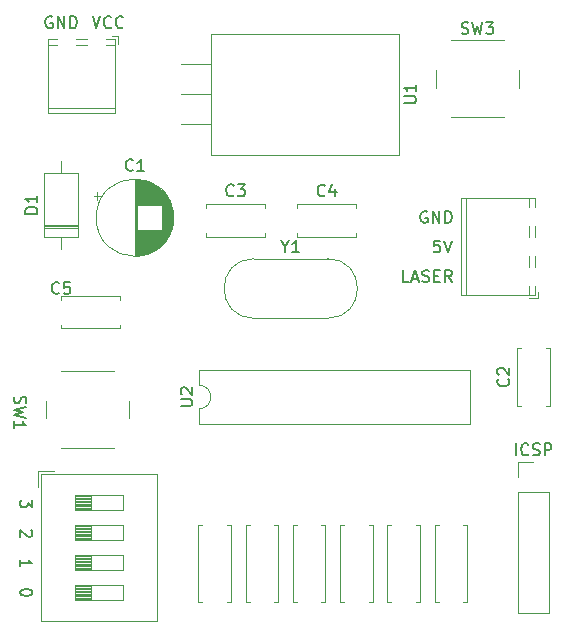
<source format=gbr>
%TF.GenerationSoftware,KiCad,Pcbnew,(5.1.9)-1*%
%TF.CreationDate,2021-08-22T03:34:57+05:30*%
%TF.ProjectId,G18_TRANSMITTER_laser_communication_system,4731385f-5452-4414-9e53-4d4954544552,rev?*%
%TF.SameCoordinates,Original*%
%TF.FileFunction,Legend,Top*%
%TF.FilePolarity,Positive*%
%FSLAX46Y46*%
G04 Gerber Fmt 4.6, Leading zero omitted, Abs format (unit mm)*
G04 Created by KiCad (PCBNEW (5.1.9)-1) date 2021-08-22 03:34:57*
%MOMM*%
%LPD*%
G01*
G04 APERTURE LIST*
%ADD10C,0.150000*%
%ADD11C,0.120000*%
G04 APERTURE END LIST*
D10*
X106988095Y-80500000D02*
X106892857Y-80452380D01*
X106750000Y-80452380D01*
X106607142Y-80500000D01*
X106511904Y-80595238D01*
X106464285Y-80690476D01*
X106416666Y-80880952D01*
X106416666Y-81023809D01*
X106464285Y-81214285D01*
X106511904Y-81309523D01*
X106607142Y-81404761D01*
X106750000Y-81452380D01*
X106845238Y-81452380D01*
X106988095Y-81404761D01*
X107035714Y-81357142D01*
X107035714Y-81023809D01*
X106845238Y-81023809D01*
X107464285Y-81452380D02*
X107464285Y-80452380D01*
X108035714Y-81452380D01*
X108035714Y-80452380D01*
X108511904Y-81452380D02*
X108511904Y-80452380D01*
X108750000Y-80452380D01*
X108892857Y-80500000D01*
X108988095Y-80595238D01*
X109035714Y-80690476D01*
X109083333Y-80880952D01*
X109083333Y-81023809D01*
X109035714Y-81214285D01*
X108988095Y-81309523D01*
X108892857Y-81404761D01*
X108750000Y-81452380D01*
X108511904Y-81452380D01*
X108059523Y-82952380D02*
X107583333Y-82952380D01*
X107535714Y-83428571D01*
X107583333Y-83380952D01*
X107678571Y-83333333D01*
X107916666Y-83333333D01*
X108011904Y-83380952D01*
X108059523Y-83428571D01*
X108107142Y-83523809D01*
X108107142Y-83761904D01*
X108059523Y-83857142D01*
X108011904Y-83904761D01*
X107916666Y-83952380D01*
X107678571Y-83952380D01*
X107583333Y-83904761D01*
X107535714Y-83857142D01*
X108392857Y-82952380D02*
X108726190Y-83952380D01*
X109059523Y-82952380D01*
X105452380Y-86452380D02*
X104976190Y-86452380D01*
X104976190Y-85452380D01*
X105738095Y-86166666D02*
X106214285Y-86166666D01*
X105642857Y-86452380D02*
X105976190Y-85452380D01*
X106309523Y-86452380D01*
X106595238Y-86404761D02*
X106738095Y-86452380D01*
X106976190Y-86452380D01*
X107071428Y-86404761D01*
X107119047Y-86357142D01*
X107166666Y-86261904D01*
X107166666Y-86166666D01*
X107119047Y-86071428D01*
X107071428Y-86023809D01*
X106976190Y-85976190D01*
X106785714Y-85928571D01*
X106690476Y-85880952D01*
X106642857Y-85833333D01*
X106595238Y-85738095D01*
X106595238Y-85642857D01*
X106642857Y-85547619D01*
X106690476Y-85500000D01*
X106785714Y-85452380D01*
X107023809Y-85452380D01*
X107166666Y-85500000D01*
X107595238Y-85928571D02*
X107928571Y-85928571D01*
X108071428Y-86452380D02*
X107595238Y-86452380D01*
X107595238Y-85452380D01*
X108071428Y-85452380D01*
X109071428Y-86452380D02*
X108738095Y-85976190D01*
X108500000Y-86452380D02*
X108500000Y-85452380D01*
X108880952Y-85452380D01*
X108976190Y-85500000D01*
X109023809Y-85547619D01*
X109071428Y-85642857D01*
X109071428Y-85785714D01*
X109023809Y-85880952D01*
X108976190Y-85928571D01*
X108880952Y-85976190D01*
X108500000Y-85976190D01*
X73547619Y-104916666D02*
X73547619Y-105535714D01*
X73166666Y-105202380D01*
X73166666Y-105345238D01*
X73119047Y-105440476D01*
X73071428Y-105488095D01*
X72976190Y-105535714D01*
X72738095Y-105535714D01*
X72642857Y-105488095D01*
X72595238Y-105440476D01*
X72547619Y-105345238D01*
X72547619Y-105059523D01*
X72595238Y-104964285D01*
X72642857Y-104916666D01*
X73452380Y-107464285D02*
X73500000Y-107511904D01*
X73547619Y-107607142D01*
X73547619Y-107845238D01*
X73500000Y-107940476D01*
X73452380Y-107988095D01*
X73357142Y-108035714D01*
X73261904Y-108035714D01*
X73119047Y-107988095D01*
X72547619Y-107416666D01*
X72547619Y-108035714D01*
X72547619Y-110535714D02*
X72547619Y-109964285D01*
X72547619Y-110250000D02*
X73547619Y-110250000D01*
X73404761Y-110154761D01*
X73309523Y-110059523D01*
X73261904Y-109964285D01*
X73547619Y-112702380D02*
X73547619Y-112797619D01*
X73500000Y-112892857D01*
X73452380Y-112940476D01*
X73357142Y-112988095D01*
X73166666Y-113035714D01*
X72928571Y-113035714D01*
X72738095Y-112988095D01*
X72642857Y-112940476D01*
X72595238Y-112892857D01*
X72547619Y-112797619D01*
X72547619Y-112702380D01*
X72595238Y-112607142D01*
X72642857Y-112559523D01*
X72738095Y-112511904D01*
X72928571Y-112464285D01*
X73166666Y-112464285D01*
X73357142Y-112511904D01*
X73452380Y-112559523D01*
X73500000Y-112607142D01*
X73547619Y-112702380D01*
X75238095Y-64000000D02*
X75142857Y-63952380D01*
X75000000Y-63952380D01*
X74857142Y-64000000D01*
X74761904Y-64095238D01*
X74714285Y-64190476D01*
X74666666Y-64380952D01*
X74666666Y-64523809D01*
X74714285Y-64714285D01*
X74761904Y-64809523D01*
X74857142Y-64904761D01*
X75000000Y-64952380D01*
X75095238Y-64952380D01*
X75238095Y-64904761D01*
X75285714Y-64857142D01*
X75285714Y-64523809D01*
X75095238Y-64523809D01*
X75714285Y-64952380D02*
X75714285Y-63952380D01*
X76285714Y-64952380D01*
X76285714Y-63952380D01*
X76761904Y-64952380D02*
X76761904Y-63952380D01*
X77000000Y-63952380D01*
X77142857Y-64000000D01*
X77238095Y-64095238D01*
X77285714Y-64190476D01*
X77333333Y-64380952D01*
X77333333Y-64523809D01*
X77285714Y-64714285D01*
X77238095Y-64809523D01*
X77142857Y-64904761D01*
X77000000Y-64952380D01*
X76761904Y-64952380D01*
X78666666Y-63952380D02*
X79000000Y-64952380D01*
X79333333Y-63952380D01*
X80238095Y-64857142D02*
X80190476Y-64904761D01*
X80047619Y-64952380D01*
X79952380Y-64952380D01*
X79809523Y-64904761D01*
X79714285Y-64809523D01*
X79666666Y-64714285D01*
X79619047Y-64523809D01*
X79619047Y-64380952D01*
X79666666Y-64190476D01*
X79714285Y-64095238D01*
X79809523Y-64000000D01*
X79952380Y-63952380D01*
X80047619Y-63952380D01*
X80190476Y-64000000D01*
X80238095Y-64047619D01*
X81238095Y-64857142D02*
X81190476Y-64904761D01*
X81047619Y-64952380D01*
X80952380Y-64952380D01*
X80809523Y-64904761D01*
X80714285Y-64809523D01*
X80666666Y-64714285D01*
X80619047Y-64523809D01*
X80619047Y-64380952D01*
X80666666Y-64190476D01*
X80714285Y-64095238D01*
X80809523Y-64000000D01*
X80952380Y-63952380D01*
X81047619Y-63952380D01*
X81190476Y-64000000D01*
X81238095Y-64047619D01*
D11*
%TO.C,ICSP*%
X114670000Y-114490000D02*
X117330000Y-114490000D01*
X114670000Y-104270000D02*
X114670000Y-114490000D01*
X117330000Y-104270000D02*
X117330000Y-114490000D01*
X114670000Y-104270000D02*
X117330000Y-104270000D01*
X114670000Y-103000000D02*
X114670000Y-101670000D01*
X114670000Y-101670000D02*
X116000000Y-101670000D01*
%TO.C,C5*%
X80970000Y-90055000D02*
X80970000Y-90370000D01*
X80970000Y-87630000D02*
X80970000Y-87945000D01*
X76030000Y-90055000D02*
X76030000Y-90370000D01*
X76030000Y-87630000D02*
X76030000Y-87945000D01*
X76030000Y-90370000D02*
X80970000Y-90370000D01*
X76030000Y-87630000D02*
X80970000Y-87630000D01*
%TO.C,C1*%
X79064759Y-78846000D02*
X79064759Y-79476000D01*
X78749759Y-79161000D02*
X79379759Y-79161000D01*
X85491000Y-80598000D02*
X85491000Y-81402000D01*
X85451000Y-80367000D02*
X85451000Y-81633000D01*
X85411000Y-80198000D02*
X85411000Y-81802000D01*
X85371000Y-80060000D02*
X85371000Y-81940000D01*
X85331000Y-79941000D02*
X85331000Y-82059000D01*
X85291000Y-79835000D02*
X85291000Y-82165000D01*
X85251000Y-79738000D02*
X85251000Y-82262000D01*
X85211000Y-79650000D02*
X85211000Y-82350000D01*
X85171000Y-79568000D02*
X85171000Y-82432000D01*
X85131000Y-79491000D02*
X85131000Y-82509000D01*
X85091000Y-79419000D02*
X85091000Y-82581000D01*
X85051000Y-79350000D02*
X85051000Y-82650000D01*
X85011000Y-79286000D02*
X85011000Y-82714000D01*
X84971000Y-79224000D02*
X84971000Y-82776000D01*
X84931000Y-79166000D02*
X84931000Y-82834000D01*
X84891000Y-79110000D02*
X84891000Y-82890000D01*
X84851000Y-79056000D02*
X84851000Y-82944000D01*
X84811000Y-79005000D02*
X84811000Y-82995000D01*
X84771000Y-78956000D02*
X84771000Y-83044000D01*
X84731000Y-78908000D02*
X84731000Y-83092000D01*
X84691000Y-78863000D02*
X84691000Y-83137000D01*
X84651000Y-78818000D02*
X84651000Y-83182000D01*
X84611000Y-78776000D02*
X84611000Y-83224000D01*
X84571000Y-78735000D02*
X84571000Y-83265000D01*
X84531000Y-82040000D02*
X84531000Y-83305000D01*
X84531000Y-78695000D02*
X84531000Y-79960000D01*
X84491000Y-82040000D02*
X84491000Y-83343000D01*
X84491000Y-78657000D02*
X84491000Y-79960000D01*
X84451000Y-82040000D02*
X84451000Y-83380000D01*
X84451000Y-78620000D02*
X84451000Y-79960000D01*
X84411000Y-82040000D02*
X84411000Y-83416000D01*
X84411000Y-78584000D02*
X84411000Y-79960000D01*
X84371000Y-82040000D02*
X84371000Y-83450000D01*
X84371000Y-78550000D02*
X84371000Y-79960000D01*
X84331000Y-82040000D02*
X84331000Y-83484000D01*
X84331000Y-78516000D02*
X84331000Y-79960000D01*
X84291000Y-82040000D02*
X84291000Y-83516000D01*
X84291000Y-78484000D02*
X84291000Y-79960000D01*
X84251000Y-82040000D02*
X84251000Y-83548000D01*
X84251000Y-78452000D02*
X84251000Y-79960000D01*
X84211000Y-82040000D02*
X84211000Y-83578000D01*
X84211000Y-78422000D02*
X84211000Y-79960000D01*
X84171000Y-82040000D02*
X84171000Y-83607000D01*
X84171000Y-78393000D02*
X84171000Y-79960000D01*
X84131000Y-82040000D02*
X84131000Y-83636000D01*
X84131000Y-78364000D02*
X84131000Y-79960000D01*
X84091000Y-82040000D02*
X84091000Y-83664000D01*
X84091000Y-78336000D02*
X84091000Y-79960000D01*
X84051000Y-82040000D02*
X84051000Y-83690000D01*
X84051000Y-78310000D02*
X84051000Y-79960000D01*
X84011000Y-82040000D02*
X84011000Y-83716000D01*
X84011000Y-78284000D02*
X84011000Y-79960000D01*
X83971000Y-82040000D02*
X83971000Y-83742000D01*
X83971000Y-78258000D02*
X83971000Y-79960000D01*
X83931000Y-82040000D02*
X83931000Y-83766000D01*
X83931000Y-78234000D02*
X83931000Y-79960000D01*
X83891000Y-82040000D02*
X83891000Y-83790000D01*
X83891000Y-78210000D02*
X83891000Y-79960000D01*
X83851000Y-82040000D02*
X83851000Y-83812000D01*
X83851000Y-78188000D02*
X83851000Y-79960000D01*
X83811000Y-82040000D02*
X83811000Y-83834000D01*
X83811000Y-78166000D02*
X83811000Y-79960000D01*
X83771000Y-82040000D02*
X83771000Y-83856000D01*
X83771000Y-78144000D02*
X83771000Y-79960000D01*
X83731000Y-82040000D02*
X83731000Y-83876000D01*
X83731000Y-78124000D02*
X83731000Y-79960000D01*
X83691000Y-82040000D02*
X83691000Y-83896000D01*
X83691000Y-78104000D02*
X83691000Y-79960000D01*
X83651000Y-82040000D02*
X83651000Y-83916000D01*
X83651000Y-78084000D02*
X83651000Y-79960000D01*
X83611000Y-82040000D02*
X83611000Y-83934000D01*
X83611000Y-78066000D02*
X83611000Y-79960000D01*
X83571000Y-82040000D02*
X83571000Y-83952000D01*
X83571000Y-78048000D02*
X83571000Y-79960000D01*
X83531000Y-82040000D02*
X83531000Y-83970000D01*
X83531000Y-78030000D02*
X83531000Y-79960000D01*
X83491000Y-82040000D02*
X83491000Y-83986000D01*
X83491000Y-78014000D02*
X83491000Y-79960000D01*
X83451000Y-82040000D02*
X83451000Y-84002000D01*
X83451000Y-77998000D02*
X83451000Y-79960000D01*
X83411000Y-82040000D02*
X83411000Y-84018000D01*
X83411000Y-77982000D02*
X83411000Y-79960000D01*
X83371000Y-82040000D02*
X83371000Y-84033000D01*
X83371000Y-77967000D02*
X83371000Y-79960000D01*
X83331000Y-82040000D02*
X83331000Y-84047000D01*
X83331000Y-77953000D02*
X83331000Y-79960000D01*
X83291000Y-82040000D02*
X83291000Y-84061000D01*
X83291000Y-77939000D02*
X83291000Y-79960000D01*
X83251000Y-82040000D02*
X83251000Y-84074000D01*
X83251000Y-77926000D02*
X83251000Y-79960000D01*
X83211000Y-82040000D02*
X83211000Y-84086000D01*
X83211000Y-77914000D02*
X83211000Y-79960000D01*
X83171000Y-82040000D02*
X83171000Y-84098000D01*
X83171000Y-77902000D02*
X83171000Y-79960000D01*
X83131000Y-82040000D02*
X83131000Y-84110000D01*
X83131000Y-77890000D02*
X83131000Y-79960000D01*
X83091000Y-82040000D02*
X83091000Y-84121000D01*
X83091000Y-77879000D02*
X83091000Y-79960000D01*
X83051000Y-82040000D02*
X83051000Y-84131000D01*
X83051000Y-77869000D02*
X83051000Y-79960000D01*
X83011000Y-82040000D02*
X83011000Y-84141000D01*
X83011000Y-77859000D02*
X83011000Y-79960000D01*
X82971000Y-82040000D02*
X82971000Y-84150000D01*
X82971000Y-77850000D02*
X82971000Y-79960000D01*
X82930000Y-82040000D02*
X82930000Y-84159000D01*
X82930000Y-77841000D02*
X82930000Y-79960000D01*
X82890000Y-82040000D02*
X82890000Y-84167000D01*
X82890000Y-77833000D02*
X82890000Y-79960000D01*
X82850000Y-82040000D02*
X82850000Y-84175000D01*
X82850000Y-77825000D02*
X82850000Y-79960000D01*
X82810000Y-82040000D02*
X82810000Y-84182000D01*
X82810000Y-77818000D02*
X82810000Y-79960000D01*
X82770000Y-82040000D02*
X82770000Y-84189000D01*
X82770000Y-77811000D02*
X82770000Y-79960000D01*
X82730000Y-82040000D02*
X82730000Y-84195000D01*
X82730000Y-77805000D02*
X82730000Y-79960000D01*
X82690000Y-82040000D02*
X82690000Y-84201000D01*
X82690000Y-77799000D02*
X82690000Y-79960000D01*
X82650000Y-82040000D02*
X82650000Y-84206000D01*
X82650000Y-77794000D02*
X82650000Y-79960000D01*
X82610000Y-82040000D02*
X82610000Y-84211000D01*
X82610000Y-77789000D02*
X82610000Y-79960000D01*
X82570000Y-82040000D02*
X82570000Y-84215000D01*
X82570000Y-77785000D02*
X82570000Y-79960000D01*
X82530000Y-82040000D02*
X82530000Y-84218000D01*
X82530000Y-77782000D02*
X82530000Y-79960000D01*
X82490000Y-82040000D02*
X82490000Y-84222000D01*
X82490000Y-77778000D02*
X82490000Y-79960000D01*
X82450000Y-77776000D02*
X82450000Y-84224000D01*
X82410000Y-77773000D02*
X82410000Y-84227000D01*
X82370000Y-77772000D02*
X82370000Y-84228000D01*
X82330000Y-77770000D02*
X82330000Y-84230000D01*
X82290000Y-77770000D02*
X82290000Y-84230000D01*
X82250000Y-77770000D02*
X82250000Y-84230000D01*
X85520000Y-81000000D02*
G75*
G03*
X85520000Y-81000000I-3270000J0D01*
G01*
%TO.C,C2*%
X117055000Y-92030000D02*
X117370000Y-92030000D01*
X114630000Y-92030000D02*
X114945000Y-92030000D01*
X117055000Y-96970000D02*
X117370000Y-96970000D01*
X114630000Y-96970000D02*
X114945000Y-96970000D01*
X117370000Y-96970000D02*
X117370000Y-92030000D01*
X114630000Y-96970000D02*
X114630000Y-92030000D01*
%TO.C,C3*%
X88308000Y-79866000D02*
X93248000Y-79866000D01*
X88308000Y-82606000D02*
X93248000Y-82606000D01*
X88308000Y-79866000D02*
X88308000Y-80181000D01*
X88308000Y-82291000D02*
X88308000Y-82606000D01*
X93248000Y-79866000D02*
X93248000Y-80181000D01*
X93248000Y-82291000D02*
X93248000Y-82606000D01*
%TO.C,C4*%
X96008000Y-80181000D02*
X96008000Y-79866000D01*
X96008000Y-82606000D02*
X96008000Y-82291000D01*
X100948000Y-80181000D02*
X100948000Y-79866000D01*
X100948000Y-82606000D02*
X100948000Y-82291000D01*
X100948000Y-79866000D02*
X96008000Y-79866000D01*
X100948000Y-82606000D02*
X96008000Y-82606000D01*
%TO.C,D1*%
X74530000Y-81860000D02*
X77470000Y-81860000D01*
X74530000Y-81620000D02*
X77470000Y-81620000D01*
X74530000Y-81740000D02*
X77470000Y-81740000D01*
X76000000Y-76180000D02*
X76000000Y-77200000D01*
X76000000Y-83660000D02*
X76000000Y-82640000D01*
X74530000Y-77200000D02*
X74530000Y-82640000D01*
X77470000Y-77200000D02*
X74530000Y-77200000D01*
X77470000Y-82640000D02*
X77470000Y-77200000D01*
X74530000Y-82640000D02*
X77470000Y-82640000D01*
%TO.C,J1*%
X80800000Y-65600000D02*
X80300000Y-65600000D01*
X80800000Y-66340000D02*
X80800000Y-65600000D01*
X74900000Y-72160000D02*
X74900000Y-65840000D01*
X80560000Y-72160000D02*
X80560000Y-65840000D01*
X75670000Y-65840000D02*
X74900000Y-65840000D01*
X78210000Y-65840000D02*
X77250000Y-65840000D01*
X80560000Y-65840000D02*
X79790000Y-65840000D01*
X80560000Y-72160000D02*
X74900000Y-72160000D01*
X80560000Y-71700000D02*
X74900000Y-71700000D01*
X75670000Y-66400000D02*
X74900000Y-66400000D01*
X78210000Y-66400000D02*
X77250000Y-66400000D01*
X80560000Y-66400000D02*
X79790000Y-66400000D01*
%TO.C,J2*%
X116400000Y-87800000D02*
X116400000Y-87300000D01*
X115660000Y-87800000D02*
X116400000Y-87800000D01*
X109840000Y-79360000D02*
X116160000Y-79360000D01*
X109840000Y-87560000D02*
X116160000Y-87560000D01*
X116160000Y-80130000D02*
X116160000Y-79360000D01*
X116160000Y-82670000D02*
X116160000Y-81710000D01*
X116160000Y-85210000D02*
X116160000Y-84250000D01*
X116160000Y-87560000D02*
X116160000Y-86790000D01*
X109840000Y-87560000D02*
X109840000Y-79360000D01*
X110300000Y-87560000D02*
X110300000Y-79360000D01*
X115600000Y-80130000D02*
X115600000Y-79360000D01*
X115600000Y-82670000D02*
X115600000Y-81710000D01*
X115600000Y-85210000D02*
X115600000Y-84250000D01*
X115600000Y-87560000D02*
X115600000Y-86790000D01*
%TO.C,R1*%
X110040000Y-107040000D02*
X110370000Y-107040000D01*
X110370000Y-107040000D02*
X110370000Y-113580000D01*
X110370000Y-113580000D02*
X110040000Y-113580000D01*
X107960000Y-107040000D02*
X107630000Y-107040000D01*
X107630000Y-107040000D02*
X107630000Y-113580000D01*
X107630000Y-113580000D02*
X107960000Y-113580000D01*
%TO.C,R2*%
X106040000Y-107040000D02*
X106370000Y-107040000D01*
X106370000Y-107040000D02*
X106370000Y-113580000D01*
X106370000Y-113580000D02*
X106040000Y-113580000D01*
X103960000Y-107040000D02*
X103630000Y-107040000D01*
X103630000Y-107040000D02*
X103630000Y-113580000D01*
X103630000Y-113580000D02*
X103960000Y-113580000D01*
%TO.C,R3*%
X99630000Y-113580000D02*
X99960000Y-113580000D01*
X99630000Y-107040000D02*
X99630000Y-113580000D01*
X99960000Y-107040000D02*
X99630000Y-107040000D01*
X102370000Y-113580000D02*
X102040000Y-113580000D01*
X102370000Y-107040000D02*
X102370000Y-113580000D01*
X102040000Y-107040000D02*
X102370000Y-107040000D01*
%TO.C,R4*%
X98040000Y-107040000D02*
X98370000Y-107040000D01*
X98370000Y-107040000D02*
X98370000Y-113580000D01*
X98370000Y-113580000D02*
X98040000Y-113580000D01*
X95960000Y-107040000D02*
X95630000Y-107040000D01*
X95630000Y-107040000D02*
X95630000Y-113580000D01*
X95630000Y-113580000D02*
X95960000Y-113580000D01*
%TO.C,R5*%
X91630000Y-113580000D02*
X91960000Y-113580000D01*
X91630000Y-107040000D02*
X91630000Y-113580000D01*
X91960000Y-107040000D02*
X91630000Y-107040000D01*
X94370000Y-113580000D02*
X94040000Y-113580000D01*
X94370000Y-107040000D02*
X94370000Y-113580000D01*
X94040000Y-107040000D02*
X94370000Y-107040000D01*
%TO.C,R6*%
X87630000Y-113580000D02*
X87960000Y-113580000D01*
X87630000Y-107040000D02*
X87630000Y-113580000D01*
X87960000Y-107040000D02*
X87630000Y-107040000D01*
X90370000Y-113580000D02*
X90040000Y-113580000D01*
X90370000Y-107040000D02*
X90370000Y-113580000D01*
X90040000Y-107040000D02*
X90370000Y-107040000D01*
%TO.C,SW1*%
X81750000Y-98000000D02*
X81750000Y-96500000D01*
X80500000Y-94000000D02*
X76000000Y-94000000D01*
X74750000Y-96500000D02*
X74750000Y-98000000D01*
X76000000Y-100500000D02*
X80500000Y-100500000D01*
%TO.C,SW2*%
X78539333Y-112109000D02*
X78539333Y-113379000D01*
X77186000Y-113309000D02*
X78539333Y-113309000D01*
X77186000Y-113189000D02*
X78539333Y-113189000D01*
X77186000Y-113069000D02*
X78539333Y-113069000D01*
X77186000Y-112949000D02*
X78539333Y-112949000D01*
X77186000Y-112829000D02*
X78539333Y-112829000D01*
X77186000Y-112709000D02*
X78539333Y-112709000D01*
X77186000Y-112589000D02*
X78539333Y-112589000D01*
X77186000Y-112469000D02*
X78539333Y-112469000D01*
X77186000Y-112349000D02*
X78539333Y-112349000D01*
X77186000Y-112229000D02*
X78539333Y-112229000D01*
X81246000Y-112109000D02*
X77186000Y-112109000D01*
X81246000Y-113379000D02*
X81246000Y-112109000D01*
X77186000Y-113379000D02*
X81246000Y-113379000D01*
X77186000Y-112109000D02*
X77186000Y-113379000D01*
X78539333Y-109569000D02*
X78539333Y-110839000D01*
X77186000Y-110769000D02*
X78539333Y-110769000D01*
X77186000Y-110649000D02*
X78539333Y-110649000D01*
X77186000Y-110529000D02*
X78539333Y-110529000D01*
X77186000Y-110409000D02*
X78539333Y-110409000D01*
X77186000Y-110289000D02*
X78539333Y-110289000D01*
X77186000Y-110169000D02*
X78539333Y-110169000D01*
X77186000Y-110049000D02*
X78539333Y-110049000D01*
X77186000Y-109929000D02*
X78539333Y-109929000D01*
X77186000Y-109809000D02*
X78539333Y-109809000D01*
X77186000Y-109689000D02*
X78539333Y-109689000D01*
X81246000Y-109569000D02*
X77186000Y-109569000D01*
X81246000Y-110839000D02*
X81246000Y-109569000D01*
X77186000Y-110839000D02*
X81246000Y-110839000D01*
X77186000Y-109569000D02*
X77186000Y-110839000D01*
X78539333Y-107029000D02*
X78539333Y-108299000D01*
X77186000Y-108229000D02*
X78539333Y-108229000D01*
X77186000Y-108109000D02*
X78539333Y-108109000D01*
X77186000Y-107989000D02*
X78539333Y-107989000D01*
X77186000Y-107869000D02*
X78539333Y-107869000D01*
X77186000Y-107749000D02*
X78539333Y-107749000D01*
X77186000Y-107629000D02*
X78539333Y-107629000D01*
X77186000Y-107509000D02*
X78539333Y-107509000D01*
X77186000Y-107389000D02*
X78539333Y-107389000D01*
X77186000Y-107269000D02*
X78539333Y-107269000D01*
X77186000Y-107149000D02*
X78539333Y-107149000D01*
X81246000Y-107029000D02*
X77186000Y-107029000D01*
X81246000Y-108299000D02*
X81246000Y-107029000D01*
X77186000Y-108299000D02*
X81246000Y-108299000D01*
X77186000Y-107029000D02*
X77186000Y-108299000D01*
X78539333Y-104489000D02*
X78539333Y-105759000D01*
X77186000Y-105689000D02*
X78539333Y-105689000D01*
X77186000Y-105569000D02*
X78539333Y-105569000D01*
X77186000Y-105449000D02*
X78539333Y-105449000D01*
X77186000Y-105329000D02*
X78539333Y-105329000D01*
X77186000Y-105209000D02*
X78539333Y-105209000D01*
X77186000Y-105089000D02*
X78539333Y-105089000D01*
X77186000Y-104969000D02*
X78539333Y-104969000D01*
X77186000Y-104849000D02*
X78539333Y-104849000D01*
X77186000Y-104729000D02*
X78539333Y-104729000D01*
X77186000Y-104609000D02*
X78539333Y-104609000D01*
X81246000Y-104489000D02*
X77186000Y-104489000D01*
X81246000Y-105759000D02*
X81246000Y-104489000D01*
X77186000Y-105759000D02*
X81246000Y-105759000D01*
X77186000Y-104489000D02*
X77186000Y-105759000D01*
X74026000Y-102464000D02*
X74026000Y-103847000D01*
X74026000Y-102464000D02*
X75410000Y-102464000D01*
X84166000Y-102704000D02*
X84166000Y-115164000D01*
X74266000Y-102704000D02*
X74266000Y-115164000D01*
X74266000Y-115164000D02*
X84166000Y-115164000D01*
X74266000Y-102704000D02*
X84166000Y-102704000D01*
%TO.C,SW3*%
X109000000Y-72500000D02*
X113500000Y-72500000D01*
X107750000Y-68500000D02*
X107750000Y-70000000D01*
X113500000Y-66000000D02*
X109000000Y-66000000D01*
X114750000Y-70000000D02*
X114750000Y-68500000D01*
%TO.C,U1*%
X88690000Y-73080000D02*
X86150000Y-73080000D01*
X88690000Y-70540000D02*
X86150000Y-70540000D01*
X88690000Y-68000000D02*
X86150000Y-68000000D01*
X104580000Y-75660000D02*
X88690000Y-75660000D01*
X104580000Y-65420000D02*
X88690000Y-65420000D01*
X104580000Y-65420000D02*
X104580000Y-75660000D01*
X88690000Y-65420000D02*
X88690000Y-75660000D01*
%TO.C,U2*%
X87670000Y-93940000D02*
X87670000Y-95190000D01*
X110650000Y-93940000D02*
X87670000Y-93940000D01*
X110650000Y-98440000D02*
X110650000Y-93940000D01*
X87670000Y-98440000D02*
X110650000Y-98440000D01*
X87670000Y-97190000D02*
X87670000Y-98440000D01*
X87670000Y-95190000D02*
G75*
G02*
X87670000Y-97190000I0J-1000000D01*
G01*
%TO.C,Y1*%
X92325000Y-89525000D02*
X98575000Y-89525000D01*
X92325000Y-84475000D02*
X98575000Y-84475000D01*
X92325000Y-89525000D02*
G75*
G02*
X92325000Y-84475000I0J2525000D01*
G01*
X98575000Y-89525000D02*
G75*
G03*
X98575000Y-84475000I0J2525000D01*
G01*
%TO.C,ICSP*%
D10*
X114523809Y-101122380D02*
X114523809Y-100122380D01*
X115571428Y-101027142D02*
X115523809Y-101074761D01*
X115380952Y-101122380D01*
X115285714Y-101122380D01*
X115142857Y-101074761D01*
X115047619Y-100979523D01*
X115000000Y-100884285D01*
X114952380Y-100693809D01*
X114952380Y-100550952D01*
X115000000Y-100360476D01*
X115047619Y-100265238D01*
X115142857Y-100170000D01*
X115285714Y-100122380D01*
X115380952Y-100122380D01*
X115523809Y-100170000D01*
X115571428Y-100217619D01*
X115952380Y-101074761D02*
X116095238Y-101122380D01*
X116333333Y-101122380D01*
X116428571Y-101074761D01*
X116476190Y-101027142D01*
X116523809Y-100931904D01*
X116523809Y-100836666D01*
X116476190Y-100741428D01*
X116428571Y-100693809D01*
X116333333Y-100646190D01*
X116142857Y-100598571D01*
X116047619Y-100550952D01*
X116000000Y-100503333D01*
X115952380Y-100408095D01*
X115952380Y-100312857D01*
X116000000Y-100217619D01*
X116047619Y-100170000D01*
X116142857Y-100122380D01*
X116380952Y-100122380D01*
X116523809Y-100170000D01*
X116952380Y-101122380D02*
X116952380Y-100122380D01*
X117333333Y-100122380D01*
X117428571Y-100170000D01*
X117476190Y-100217619D01*
X117523809Y-100312857D01*
X117523809Y-100455714D01*
X117476190Y-100550952D01*
X117428571Y-100598571D01*
X117333333Y-100646190D01*
X116952380Y-100646190D01*
%TO.C,C5*%
X75833333Y-87357142D02*
X75785714Y-87404761D01*
X75642857Y-87452380D01*
X75547619Y-87452380D01*
X75404761Y-87404761D01*
X75309523Y-87309523D01*
X75261904Y-87214285D01*
X75214285Y-87023809D01*
X75214285Y-86880952D01*
X75261904Y-86690476D01*
X75309523Y-86595238D01*
X75404761Y-86500000D01*
X75547619Y-86452380D01*
X75642857Y-86452380D01*
X75785714Y-86500000D01*
X75833333Y-86547619D01*
X76738095Y-86452380D02*
X76261904Y-86452380D01*
X76214285Y-86928571D01*
X76261904Y-86880952D01*
X76357142Y-86833333D01*
X76595238Y-86833333D01*
X76690476Y-86880952D01*
X76738095Y-86928571D01*
X76785714Y-87023809D01*
X76785714Y-87261904D01*
X76738095Y-87357142D01*
X76690476Y-87404761D01*
X76595238Y-87452380D01*
X76357142Y-87452380D01*
X76261904Y-87404761D01*
X76214285Y-87357142D01*
%TO.C,C1*%
X82083333Y-76957142D02*
X82035714Y-77004761D01*
X81892857Y-77052380D01*
X81797619Y-77052380D01*
X81654761Y-77004761D01*
X81559523Y-76909523D01*
X81511904Y-76814285D01*
X81464285Y-76623809D01*
X81464285Y-76480952D01*
X81511904Y-76290476D01*
X81559523Y-76195238D01*
X81654761Y-76100000D01*
X81797619Y-76052380D01*
X81892857Y-76052380D01*
X82035714Y-76100000D01*
X82083333Y-76147619D01*
X83035714Y-77052380D02*
X82464285Y-77052380D01*
X82750000Y-77052380D02*
X82750000Y-76052380D01*
X82654761Y-76195238D01*
X82559523Y-76290476D01*
X82464285Y-76338095D01*
%TO.C,C2*%
X113857142Y-94666666D02*
X113904761Y-94714285D01*
X113952380Y-94857142D01*
X113952380Y-94952380D01*
X113904761Y-95095238D01*
X113809523Y-95190476D01*
X113714285Y-95238095D01*
X113523809Y-95285714D01*
X113380952Y-95285714D01*
X113190476Y-95238095D01*
X113095238Y-95190476D01*
X113000000Y-95095238D01*
X112952380Y-94952380D01*
X112952380Y-94857142D01*
X113000000Y-94714285D01*
X113047619Y-94666666D01*
X113047619Y-94285714D02*
X113000000Y-94238095D01*
X112952380Y-94142857D01*
X112952380Y-93904761D01*
X113000000Y-93809523D01*
X113047619Y-93761904D01*
X113142857Y-93714285D01*
X113238095Y-93714285D01*
X113380952Y-93761904D01*
X113952380Y-94333333D01*
X113952380Y-93714285D01*
%TO.C,C3*%
X90611333Y-79093142D02*
X90563714Y-79140761D01*
X90420857Y-79188380D01*
X90325619Y-79188380D01*
X90182761Y-79140761D01*
X90087523Y-79045523D01*
X90039904Y-78950285D01*
X89992285Y-78759809D01*
X89992285Y-78616952D01*
X90039904Y-78426476D01*
X90087523Y-78331238D01*
X90182761Y-78236000D01*
X90325619Y-78188380D01*
X90420857Y-78188380D01*
X90563714Y-78236000D01*
X90611333Y-78283619D01*
X90944666Y-78188380D02*
X91563714Y-78188380D01*
X91230380Y-78569333D01*
X91373238Y-78569333D01*
X91468476Y-78616952D01*
X91516095Y-78664571D01*
X91563714Y-78759809D01*
X91563714Y-78997904D01*
X91516095Y-79093142D01*
X91468476Y-79140761D01*
X91373238Y-79188380D01*
X91087523Y-79188380D01*
X90992285Y-79140761D01*
X90944666Y-79093142D01*
%TO.C,C4*%
X98333333Y-79107142D02*
X98285714Y-79154761D01*
X98142857Y-79202380D01*
X98047619Y-79202380D01*
X97904761Y-79154761D01*
X97809523Y-79059523D01*
X97761904Y-78964285D01*
X97714285Y-78773809D01*
X97714285Y-78630952D01*
X97761904Y-78440476D01*
X97809523Y-78345238D01*
X97904761Y-78250000D01*
X98047619Y-78202380D01*
X98142857Y-78202380D01*
X98285714Y-78250000D01*
X98333333Y-78297619D01*
X99190476Y-78535714D02*
X99190476Y-79202380D01*
X98952380Y-78154761D02*
X98714285Y-78869047D01*
X99333333Y-78869047D01*
%TO.C,D1*%
X73982380Y-80658095D02*
X72982380Y-80658095D01*
X72982380Y-80420000D01*
X73030000Y-80277142D01*
X73125238Y-80181904D01*
X73220476Y-80134285D01*
X73410952Y-80086666D01*
X73553809Y-80086666D01*
X73744285Y-80134285D01*
X73839523Y-80181904D01*
X73934761Y-80277142D01*
X73982380Y-80420000D01*
X73982380Y-80658095D01*
X73982380Y-79134285D02*
X73982380Y-79705714D01*
X73982380Y-79420000D02*
X72982380Y-79420000D01*
X73125238Y-79515238D01*
X73220476Y-79610476D01*
X73268095Y-79705714D01*
%TO.C,SW1*%
X72095238Y-96166666D02*
X72047619Y-96309523D01*
X72047619Y-96547619D01*
X72095238Y-96642857D01*
X72142857Y-96690476D01*
X72238095Y-96738095D01*
X72333333Y-96738095D01*
X72428571Y-96690476D01*
X72476190Y-96642857D01*
X72523809Y-96547619D01*
X72571428Y-96357142D01*
X72619047Y-96261904D01*
X72666666Y-96214285D01*
X72761904Y-96166666D01*
X72857142Y-96166666D01*
X72952380Y-96214285D01*
X73000000Y-96261904D01*
X73047619Y-96357142D01*
X73047619Y-96595238D01*
X73000000Y-96738095D01*
X73047619Y-97071428D02*
X72047619Y-97309523D01*
X72761904Y-97500000D01*
X72047619Y-97690476D01*
X73047619Y-97928571D01*
X72047619Y-98833333D02*
X72047619Y-98261904D01*
X72047619Y-98547619D02*
X73047619Y-98547619D01*
X72904761Y-98452380D01*
X72809523Y-98357142D01*
X72761904Y-98261904D01*
%TO.C,SW3*%
X109916666Y-65404761D02*
X110059523Y-65452380D01*
X110297619Y-65452380D01*
X110392857Y-65404761D01*
X110440476Y-65357142D01*
X110488095Y-65261904D01*
X110488095Y-65166666D01*
X110440476Y-65071428D01*
X110392857Y-65023809D01*
X110297619Y-64976190D01*
X110107142Y-64928571D01*
X110011904Y-64880952D01*
X109964285Y-64833333D01*
X109916666Y-64738095D01*
X109916666Y-64642857D01*
X109964285Y-64547619D01*
X110011904Y-64500000D01*
X110107142Y-64452380D01*
X110345238Y-64452380D01*
X110488095Y-64500000D01*
X110821428Y-64452380D02*
X111059523Y-65452380D01*
X111250000Y-64738095D01*
X111440476Y-65452380D01*
X111678571Y-64452380D01*
X111964285Y-64452380D02*
X112583333Y-64452380D01*
X112250000Y-64833333D01*
X112392857Y-64833333D01*
X112488095Y-64880952D01*
X112535714Y-64928571D01*
X112583333Y-65023809D01*
X112583333Y-65261904D01*
X112535714Y-65357142D01*
X112488095Y-65404761D01*
X112392857Y-65452380D01*
X112107142Y-65452380D01*
X112011904Y-65404761D01*
X111964285Y-65357142D01*
%TO.C,U1*%
X105032380Y-71301904D02*
X105841904Y-71301904D01*
X105937142Y-71254285D01*
X105984761Y-71206666D01*
X106032380Y-71111428D01*
X106032380Y-70920952D01*
X105984761Y-70825714D01*
X105937142Y-70778095D01*
X105841904Y-70730476D01*
X105032380Y-70730476D01*
X106032380Y-69730476D02*
X106032380Y-70301904D01*
X106032380Y-70016190D02*
X105032380Y-70016190D01*
X105175238Y-70111428D01*
X105270476Y-70206666D01*
X105318095Y-70301904D01*
%TO.C,U2*%
X86122380Y-96951904D02*
X86931904Y-96951904D01*
X87027142Y-96904285D01*
X87074761Y-96856666D01*
X87122380Y-96761428D01*
X87122380Y-96570952D01*
X87074761Y-96475714D01*
X87027142Y-96428095D01*
X86931904Y-96380476D01*
X86122380Y-96380476D01*
X86217619Y-95951904D02*
X86170000Y-95904285D01*
X86122380Y-95809047D01*
X86122380Y-95570952D01*
X86170000Y-95475714D01*
X86217619Y-95428095D01*
X86312857Y-95380476D01*
X86408095Y-95380476D01*
X86550952Y-95428095D01*
X87122380Y-95999523D01*
X87122380Y-95380476D01*
%TO.C,Y1*%
X94973809Y-83451190D02*
X94973809Y-83927380D01*
X94640476Y-82927380D02*
X94973809Y-83451190D01*
X95307142Y-82927380D01*
X96164285Y-83927380D02*
X95592857Y-83927380D01*
X95878571Y-83927380D02*
X95878571Y-82927380D01*
X95783333Y-83070238D01*
X95688095Y-83165476D01*
X95592857Y-83213095D01*
%TD*%
M02*

</source>
